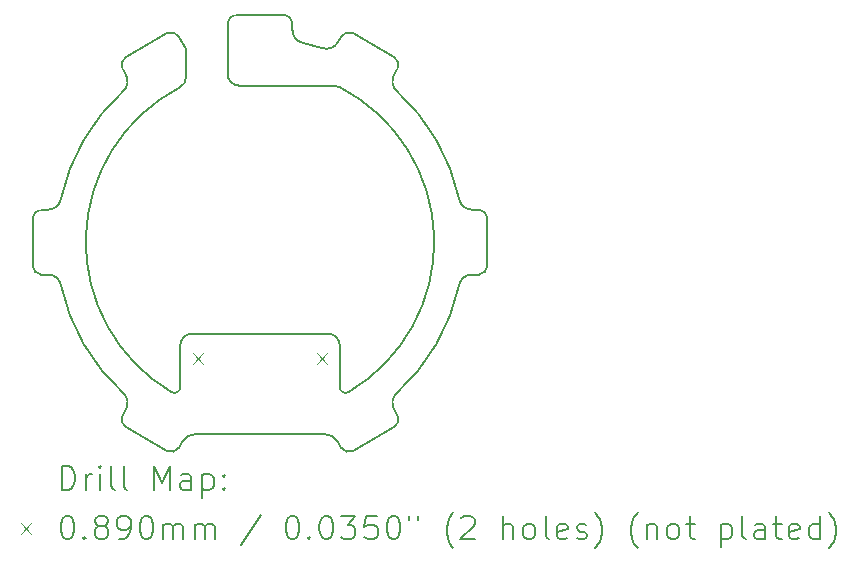
<source format=gbr>
%FSLAX45Y45*%
G04 Gerber Fmt 4.5, Leading zero omitted, Abs format (unit mm)*
G04 Created by KiCad (PCBNEW (6.0.5)) date 2022-06-17 15:32:32*
%MOMM*%
%LPD*%
G01*
G04 APERTURE LIST*
%TA.AperFunction,Profile*%
%ADD10C,0.200000*%
%TD*%
%ADD11C,0.200000*%
%ADD12C,0.089000*%
G04 APERTURE END LIST*
D10*
X13375000Y-13829000D02*
G75*
G03*
X13275000Y-13729000I-100000J0D01*
G01*
X12974994Y-11159954D02*
G75*
G03*
X13061819Y-11267372I109866J4D01*
G01*
X14550000Y-12679000D02*
X14494046Y-12679000D01*
X14625000Y-13154000D02*
X14625000Y-12754000D01*
X13856658Y-14233753D02*
G75*
G03*
X14386615Y-13315876I-1156658J1279753D01*
G01*
X13374996Y-14180784D02*
G75*
G03*
X13450439Y-14223830I50004J5D01*
G01*
X13229969Y-11312432D02*
G75*
G03*
X13358866Y-11262811I33751J104552D01*
G01*
X12425000Y-11529000D02*
G75*
G03*
X12525000Y-11629000I100000J0D01*
G01*
X13375000Y-14180784D02*
X13375000Y-13829000D01*
X13835707Y-14521101D02*
G75*
G03*
X13863157Y-14418647I-37497J64951D01*
G01*
X12525000Y-11629000D02*
X13320635Y-11629000D01*
X12013157Y-14693647D02*
X12041135Y-14645189D01*
X14625000Y-12754000D02*
G75*
G03*
X14550000Y-12679000I-75000J0D01*
G01*
X13275000Y-13729000D02*
X12125000Y-13729000D01*
X13450439Y-14223829D02*
G75*
G03*
X13373632Y-11641809I-750439J1269829D01*
G01*
X13835178Y-11537810D02*
G75*
G03*
X13856658Y-11674246I95142J-54930D01*
G01*
X13358864Y-14645190D02*
G75*
G03*
X13244224Y-14579000I-114644J-66190D01*
G01*
X12155778Y-14578999D02*
G75*
G03*
X12041135Y-14645189I2J-132381D01*
G01*
X13835180Y-11537811D02*
X13863157Y-11489353D01*
X13863155Y-11489352D02*
G75*
G03*
X13835705Y-11386901I-64945J37502D01*
G01*
X13863157Y-14418647D02*
X13835180Y-14370189D01*
X13835705Y-11386901D02*
X13489295Y-11186901D01*
X12025000Y-13829000D02*
X12025000Y-14180784D01*
X10905955Y-12679006D02*
G75*
G03*
X11013384Y-12592132I-5J109866D01*
G01*
X11013373Y-13315819D02*
G75*
G03*
X11543242Y-14233662I1686627J361819D01*
G01*
X11564822Y-14370190D02*
G75*
G03*
X11543242Y-14233663I-95143J54930D01*
G01*
X12020121Y-11645033D02*
G75*
G03*
X12074029Y-11556291I-46091J88743D01*
G01*
X13489295Y-14721099D02*
X13835705Y-14521099D01*
X11543343Y-11674247D02*
G75*
G03*
X11013384Y-12592132I1156657J-1279753D01*
G01*
X14386628Y-12592181D02*
G75*
G03*
X13856658Y-11674247I-1686628J-361819D01*
G01*
X11564821Y-14370189D02*
X11536843Y-14418647D01*
X13489299Y-11186895D02*
G75*
G03*
X13386843Y-11214353I-37499J-64955D01*
G01*
X12155778Y-14579000D02*
X13244224Y-14579000D01*
X11536848Y-14418650D02*
G75*
G03*
X11564295Y-14521099I64952J-37500D01*
G01*
X14494046Y-13228995D02*
G75*
G03*
X14386616Y-13315876I4J-109865D01*
G01*
X14386633Y-12592180D02*
G75*
G03*
X14494046Y-12679000I107417J23040D01*
G01*
X12500000Y-11029000D02*
G75*
G03*
X12425000Y-11104000I0J-75000D01*
G01*
X13358866Y-14645189D02*
X13386843Y-14693647D01*
X12074029Y-11556291D02*
X12074029Y-11319785D01*
X11564292Y-11386896D02*
G75*
G03*
X11536843Y-11489353I37508J-64954D01*
G01*
X13386850Y-14693643D02*
G75*
G03*
X13489295Y-14721099I64950J37493D01*
G01*
X10775000Y-13154000D02*
G75*
G03*
X10850000Y-13229000I75000J0D01*
G01*
X11910708Y-14721094D02*
G75*
G03*
X12013157Y-14693647I37502J64945D01*
G01*
X11543340Y-11674245D02*
G75*
G03*
X11564820Y-11537811I-73661J81505D01*
G01*
X12900000Y-11029000D02*
X12500000Y-11029000D01*
X10850001Y-13229000D02*
X10905955Y-13229000D01*
X12020122Y-11645035D02*
G75*
G03*
X11949562Y-14223829I679878J-1308965D01*
G01*
X13386843Y-11214353D02*
X13358866Y-11262811D01*
X11013367Y-13315820D02*
G75*
G03*
X10905955Y-13229000I-107417J-23040D01*
G01*
X12125000Y-13729000D02*
G75*
G03*
X12025000Y-13829000I0J-100000D01*
G01*
X12425000Y-11104000D02*
X12425000Y-11529000D01*
X10905955Y-12679000D02*
X10850001Y-12679000D01*
X12975000Y-11104000D02*
G75*
G03*
X12900000Y-11029000I-75000J0D01*
G01*
X13373630Y-11641811D02*
G75*
G03*
X13320635Y-11629000I-53000J-103229D01*
G01*
X12074029Y-11319785D02*
X12013157Y-11214353D01*
X14550000Y-13229000D02*
G75*
G03*
X14625000Y-13154000I0J75001D01*
G01*
X13229970Y-11312428D02*
G75*
G03*
X13061819Y-11267372I-529970J-1641592D01*
G01*
X11949563Y-14223827D02*
G75*
G03*
X12025000Y-14180784I25437J43047D01*
G01*
X10850001Y-12679000D02*
G75*
G03*
X10775000Y-12754000I-1J-75000D01*
G01*
X10775000Y-12754000D02*
X10775001Y-13154000D01*
X11910706Y-11186901D02*
X11564295Y-11386901D01*
X11536843Y-11489353D02*
X11564820Y-11537811D01*
X14494046Y-13229000D02*
X14550000Y-13229000D01*
X12975000Y-11159954D02*
X12975000Y-11104000D01*
X13856660Y-14233755D02*
G75*
G03*
X13835180Y-14370189I73660J-81505D01*
G01*
X11564295Y-14521099D02*
X11910705Y-14721099D01*
X12013162Y-11214350D02*
G75*
G03*
X11910706Y-11186901I-64952J-37500D01*
G01*
D11*
D12*
X12130500Y-13894500D02*
X12219500Y-13983500D01*
X12219500Y-13894500D02*
X12130500Y-13983500D01*
X13180500Y-13894500D02*
X13269500Y-13983500D01*
X13269500Y-13894500D02*
X13180500Y-13983500D01*
D11*
X11022619Y-15051621D02*
X11022619Y-14851621D01*
X11070238Y-14851621D01*
X11098810Y-14861145D01*
X11117857Y-14880193D01*
X11127381Y-14899240D01*
X11136905Y-14937336D01*
X11136905Y-14965907D01*
X11127381Y-15004002D01*
X11117857Y-15023050D01*
X11098810Y-15042097D01*
X11070238Y-15051621D01*
X11022619Y-15051621D01*
X11222619Y-15051621D02*
X11222619Y-14918288D01*
X11222619Y-14956383D02*
X11232143Y-14937336D01*
X11241667Y-14927812D01*
X11260714Y-14918288D01*
X11279762Y-14918288D01*
X11346428Y-15051621D02*
X11346428Y-14918288D01*
X11346428Y-14851621D02*
X11336905Y-14861145D01*
X11346428Y-14870669D01*
X11355952Y-14861145D01*
X11346428Y-14851621D01*
X11346428Y-14870669D01*
X11470238Y-15051621D02*
X11451190Y-15042097D01*
X11441667Y-15023050D01*
X11441667Y-14851621D01*
X11575000Y-15051621D02*
X11555952Y-15042097D01*
X11546428Y-15023050D01*
X11546428Y-14851621D01*
X11803571Y-15051621D02*
X11803571Y-14851621D01*
X11870238Y-14994478D01*
X11936905Y-14851621D01*
X11936905Y-15051621D01*
X12117857Y-15051621D02*
X12117857Y-14946859D01*
X12108333Y-14927812D01*
X12089286Y-14918288D01*
X12051190Y-14918288D01*
X12032143Y-14927812D01*
X12117857Y-15042097D02*
X12098809Y-15051621D01*
X12051190Y-15051621D01*
X12032143Y-15042097D01*
X12022619Y-15023050D01*
X12022619Y-15004002D01*
X12032143Y-14984955D01*
X12051190Y-14975431D01*
X12098809Y-14975431D01*
X12117857Y-14965907D01*
X12213095Y-14918288D02*
X12213095Y-15118288D01*
X12213095Y-14927812D02*
X12232143Y-14918288D01*
X12270238Y-14918288D01*
X12289286Y-14927812D01*
X12298809Y-14937336D01*
X12308333Y-14956383D01*
X12308333Y-15013526D01*
X12298809Y-15032574D01*
X12289286Y-15042097D01*
X12270238Y-15051621D01*
X12232143Y-15051621D01*
X12213095Y-15042097D01*
X12394048Y-15032574D02*
X12403571Y-15042097D01*
X12394048Y-15051621D01*
X12384524Y-15042097D01*
X12394048Y-15032574D01*
X12394048Y-15051621D01*
X12394048Y-14927812D02*
X12403571Y-14937336D01*
X12394048Y-14946859D01*
X12384524Y-14937336D01*
X12394048Y-14927812D01*
X12394048Y-14946859D01*
D12*
X10676000Y-15336645D02*
X10765000Y-15425645D01*
X10765000Y-15336645D02*
X10676000Y-15425645D01*
D11*
X11060714Y-15271621D02*
X11079762Y-15271621D01*
X11098810Y-15281145D01*
X11108333Y-15290669D01*
X11117857Y-15309717D01*
X11127381Y-15347812D01*
X11127381Y-15395431D01*
X11117857Y-15433526D01*
X11108333Y-15452574D01*
X11098810Y-15462097D01*
X11079762Y-15471621D01*
X11060714Y-15471621D01*
X11041667Y-15462097D01*
X11032143Y-15452574D01*
X11022619Y-15433526D01*
X11013095Y-15395431D01*
X11013095Y-15347812D01*
X11022619Y-15309717D01*
X11032143Y-15290669D01*
X11041667Y-15281145D01*
X11060714Y-15271621D01*
X11213095Y-15452574D02*
X11222619Y-15462097D01*
X11213095Y-15471621D01*
X11203571Y-15462097D01*
X11213095Y-15452574D01*
X11213095Y-15471621D01*
X11336905Y-15357336D02*
X11317857Y-15347812D01*
X11308333Y-15338288D01*
X11298809Y-15319240D01*
X11298809Y-15309717D01*
X11308333Y-15290669D01*
X11317857Y-15281145D01*
X11336905Y-15271621D01*
X11375000Y-15271621D01*
X11394048Y-15281145D01*
X11403571Y-15290669D01*
X11413095Y-15309717D01*
X11413095Y-15319240D01*
X11403571Y-15338288D01*
X11394048Y-15347812D01*
X11375000Y-15357336D01*
X11336905Y-15357336D01*
X11317857Y-15366859D01*
X11308333Y-15376383D01*
X11298809Y-15395431D01*
X11298809Y-15433526D01*
X11308333Y-15452574D01*
X11317857Y-15462097D01*
X11336905Y-15471621D01*
X11375000Y-15471621D01*
X11394048Y-15462097D01*
X11403571Y-15452574D01*
X11413095Y-15433526D01*
X11413095Y-15395431D01*
X11403571Y-15376383D01*
X11394048Y-15366859D01*
X11375000Y-15357336D01*
X11508333Y-15471621D02*
X11546428Y-15471621D01*
X11565476Y-15462097D01*
X11575000Y-15452574D01*
X11594048Y-15424002D01*
X11603571Y-15385907D01*
X11603571Y-15309717D01*
X11594048Y-15290669D01*
X11584524Y-15281145D01*
X11565476Y-15271621D01*
X11527381Y-15271621D01*
X11508333Y-15281145D01*
X11498809Y-15290669D01*
X11489286Y-15309717D01*
X11489286Y-15357336D01*
X11498809Y-15376383D01*
X11508333Y-15385907D01*
X11527381Y-15395431D01*
X11565476Y-15395431D01*
X11584524Y-15385907D01*
X11594048Y-15376383D01*
X11603571Y-15357336D01*
X11727381Y-15271621D02*
X11746428Y-15271621D01*
X11765476Y-15281145D01*
X11775000Y-15290669D01*
X11784524Y-15309717D01*
X11794048Y-15347812D01*
X11794048Y-15395431D01*
X11784524Y-15433526D01*
X11775000Y-15452574D01*
X11765476Y-15462097D01*
X11746428Y-15471621D01*
X11727381Y-15471621D01*
X11708333Y-15462097D01*
X11698809Y-15452574D01*
X11689286Y-15433526D01*
X11679762Y-15395431D01*
X11679762Y-15347812D01*
X11689286Y-15309717D01*
X11698809Y-15290669D01*
X11708333Y-15281145D01*
X11727381Y-15271621D01*
X11879762Y-15471621D02*
X11879762Y-15338288D01*
X11879762Y-15357336D02*
X11889286Y-15347812D01*
X11908333Y-15338288D01*
X11936905Y-15338288D01*
X11955952Y-15347812D01*
X11965476Y-15366859D01*
X11965476Y-15471621D01*
X11965476Y-15366859D02*
X11975000Y-15347812D01*
X11994048Y-15338288D01*
X12022619Y-15338288D01*
X12041667Y-15347812D01*
X12051190Y-15366859D01*
X12051190Y-15471621D01*
X12146428Y-15471621D02*
X12146428Y-15338288D01*
X12146428Y-15357336D02*
X12155952Y-15347812D01*
X12175000Y-15338288D01*
X12203571Y-15338288D01*
X12222619Y-15347812D01*
X12232143Y-15366859D01*
X12232143Y-15471621D01*
X12232143Y-15366859D02*
X12241667Y-15347812D01*
X12260714Y-15338288D01*
X12289286Y-15338288D01*
X12308333Y-15347812D01*
X12317857Y-15366859D01*
X12317857Y-15471621D01*
X12708333Y-15262097D02*
X12536905Y-15519240D01*
X12965476Y-15271621D02*
X12984524Y-15271621D01*
X13003571Y-15281145D01*
X13013095Y-15290669D01*
X13022619Y-15309717D01*
X13032143Y-15347812D01*
X13032143Y-15395431D01*
X13022619Y-15433526D01*
X13013095Y-15452574D01*
X13003571Y-15462097D01*
X12984524Y-15471621D01*
X12965476Y-15471621D01*
X12946428Y-15462097D01*
X12936905Y-15452574D01*
X12927381Y-15433526D01*
X12917857Y-15395431D01*
X12917857Y-15347812D01*
X12927381Y-15309717D01*
X12936905Y-15290669D01*
X12946428Y-15281145D01*
X12965476Y-15271621D01*
X13117857Y-15452574D02*
X13127381Y-15462097D01*
X13117857Y-15471621D01*
X13108333Y-15462097D01*
X13117857Y-15452574D01*
X13117857Y-15471621D01*
X13251190Y-15271621D02*
X13270238Y-15271621D01*
X13289286Y-15281145D01*
X13298809Y-15290669D01*
X13308333Y-15309717D01*
X13317857Y-15347812D01*
X13317857Y-15395431D01*
X13308333Y-15433526D01*
X13298809Y-15452574D01*
X13289286Y-15462097D01*
X13270238Y-15471621D01*
X13251190Y-15471621D01*
X13232143Y-15462097D01*
X13222619Y-15452574D01*
X13213095Y-15433526D01*
X13203571Y-15395431D01*
X13203571Y-15347812D01*
X13213095Y-15309717D01*
X13222619Y-15290669D01*
X13232143Y-15281145D01*
X13251190Y-15271621D01*
X13384524Y-15271621D02*
X13508333Y-15271621D01*
X13441667Y-15347812D01*
X13470238Y-15347812D01*
X13489286Y-15357336D01*
X13498809Y-15366859D01*
X13508333Y-15385907D01*
X13508333Y-15433526D01*
X13498809Y-15452574D01*
X13489286Y-15462097D01*
X13470238Y-15471621D01*
X13413095Y-15471621D01*
X13394048Y-15462097D01*
X13384524Y-15452574D01*
X13689286Y-15271621D02*
X13594048Y-15271621D01*
X13584524Y-15366859D01*
X13594048Y-15357336D01*
X13613095Y-15347812D01*
X13660714Y-15347812D01*
X13679762Y-15357336D01*
X13689286Y-15366859D01*
X13698809Y-15385907D01*
X13698809Y-15433526D01*
X13689286Y-15452574D01*
X13679762Y-15462097D01*
X13660714Y-15471621D01*
X13613095Y-15471621D01*
X13594048Y-15462097D01*
X13584524Y-15452574D01*
X13822619Y-15271621D02*
X13841667Y-15271621D01*
X13860714Y-15281145D01*
X13870238Y-15290669D01*
X13879762Y-15309717D01*
X13889286Y-15347812D01*
X13889286Y-15395431D01*
X13879762Y-15433526D01*
X13870238Y-15452574D01*
X13860714Y-15462097D01*
X13841667Y-15471621D01*
X13822619Y-15471621D01*
X13803571Y-15462097D01*
X13794048Y-15452574D01*
X13784524Y-15433526D01*
X13775000Y-15395431D01*
X13775000Y-15347812D01*
X13784524Y-15309717D01*
X13794048Y-15290669D01*
X13803571Y-15281145D01*
X13822619Y-15271621D01*
X13965476Y-15271621D02*
X13965476Y-15309717D01*
X14041667Y-15271621D02*
X14041667Y-15309717D01*
X14336905Y-15547812D02*
X14327381Y-15538288D01*
X14308333Y-15509717D01*
X14298809Y-15490669D01*
X14289286Y-15462097D01*
X14279762Y-15414478D01*
X14279762Y-15376383D01*
X14289286Y-15328764D01*
X14298809Y-15300193D01*
X14308333Y-15281145D01*
X14327381Y-15252574D01*
X14336905Y-15243050D01*
X14403571Y-15290669D02*
X14413095Y-15281145D01*
X14432143Y-15271621D01*
X14479762Y-15271621D01*
X14498809Y-15281145D01*
X14508333Y-15290669D01*
X14517857Y-15309717D01*
X14517857Y-15328764D01*
X14508333Y-15357336D01*
X14394048Y-15471621D01*
X14517857Y-15471621D01*
X14755952Y-15471621D02*
X14755952Y-15271621D01*
X14841667Y-15471621D02*
X14841667Y-15366859D01*
X14832143Y-15347812D01*
X14813095Y-15338288D01*
X14784524Y-15338288D01*
X14765476Y-15347812D01*
X14755952Y-15357336D01*
X14965476Y-15471621D02*
X14946428Y-15462097D01*
X14936905Y-15452574D01*
X14927381Y-15433526D01*
X14927381Y-15376383D01*
X14936905Y-15357336D01*
X14946428Y-15347812D01*
X14965476Y-15338288D01*
X14994048Y-15338288D01*
X15013095Y-15347812D01*
X15022619Y-15357336D01*
X15032143Y-15376383D01*
X15032143Y-15433526D01*
X15022619Y-15452574D01*
X15013095Y-15462097D01*
X14994048Y-15471621D01*
X14965476Y-15471621D01*
X15146428Y-15471621D02*
X15127381Y-15462097D01*
X15117857Y-15443050D01*
X15117857Y-15271621D01*
X15298809Y-15462097D02*
X15279762Y-15471621D01*
X15241667Y-15471621D01*
X15222619Y-15462097D01*
X15213095Y-15443050D01*
X15213095Y-15366859D01*
X15222619Y-15347812D01*
X15241667Y-15338288D01*
X15279762Y-15338288D01*
X15298809Y-15347812D01*
X15308333Y-15366859D01*
X15308333Y-15385907D01*
X15213095Y-15404955D01*
X15384524Y-15462097D02*
X15403571Y-15471621D01*
X15441667Y-15471621D01*
X15460714Y-15462097D01*
X15470238Y-15443050D01*
X15470238Y-15433526D01*
X15460714Y-15414478D01*
X15441667Y-15404955D01*
X15413095Y-15404955D01*
X15394048Y-15395431D01*
X15384524Y-15376383D01*
X15384524Y-15366859D01*
X15394048Y-15347812D01*
X15413095Y-15338288D01*
X15441667Y-15338288D01*
X15460714Y-15347812D01*
X15536905Y-15547812D02*
X15546428Y-15538288D01*
X15565476Y-15509717D01*
X15575000Y-15490669D01*
X15584524Y-15462097D01*
X15594048Y-15414478D01*
X15594048Y-15376383D01*
X15584524Y-15328764D01*
X15575000Y-15300193D01*
X15565476Y-15281145D01*
X15546428Y-15252574D01*
X15536905Y-15243050D01*
X15898809Y-15547812D02*
X15889286Y-15538288D01*
X15870238Y-15509717D01*
X15860714Y-15490669D01*
X15851190Y-15462097D01*
X15841667Y-15414478D01*
X15841667Y-15376383D01*
X15851190Y-15328764D01*
X15860714Y-15300193D01*
X15870238Y-15281145D01*
X15889286Y-15252574D01*
X15898809Y-15243050D01*
X15975000Y-15338288D02*
X15975000Y-15471621D01*
X15975000Y-15357336D02*
X15984524Y-15347812D01*
X16003571Y-15338288D01*
X16032143Y-15338288D01*
X16051190Y-15347812D01*
X16060714Y-15366859D01*
X16060714Y-15471621D01*
X16184524Y-15471621D02*
X16165476Y-15462097D01*
X16155952Y-15452574D01*
X16146428Y-15433526D01*
X16146428Y-15376383D01*
X16155952Y-15357336D01*
X16165476Y-15347812D01*
X16184524Y-15338288D01*
X16213095Y-15338288D01*
X16232143Y-15347812D01*
X16241667Y-15357336D01*
X16251190Y-15376383D01*
X16251190Y-15433526D01*
X16241667Y-15452574D01*
X16232143Y-15462097D01*
X16213095Y-15471621D01*
X16184524Y-15471621D01*
X16308333Y-15338288D02*
X16384524Y-15338288D01*
X16336905Y-15271621D02*
X16336905Y-15443050D01*
X16346428Y-15462097D01*
X16365476Y-15471621D01*
X16384524Y-15471621D01*
X16603571Y-15338288D02*
X16603571Y-15538288D01*
X16603571Y-15347812D02*
X16622619Y-15338288D01*
X16660714Y-15338288D01*
X16679762Y-15347812D01*
X16689286Y-15357336D01*
X16698809Y-15376383D01*
X16698809Y-15433526D01*
X16689286Y-15452574D01*
X16679762Y-15462097D01*
X16660714Y-15471621D01*
X16622619Y-15471621D01*
X16603571Y-15462097D01*
X16813095Y-15471621D02*
X16794048Y-15462097D01*
X16784524Y-15443050D01*
X16784524Y-15271621D01*
X16975000Y-15471621D02*
X16975000Y-15366859D01*
X16965476Y-15347812D01*
X16946429Y-15338288D01*
X16908333Y-15338288D01*
X16889286Y-15347812D01*
X16975000Y-15462097D02*
X16955952Y-15471621D01*
X16908333Y-15471621D01*
X16889286Y-15462097D01*
X16879762Y-15443050D01*
X16879762Y-15424002D01*
X16889286Y-15404955D01*
X16908333Y-15395431D01*
X16955952Y-15395431D01*
X16975000Y-15385907D01*
X17041667Y-15338288D02*
X17117857Y-15338288D01*
X17070238Y-15271621D02*
X17070238Y-15443050D01*
X17079762Y-15462097D01*
X17098810Y-15471621D01*
X17117857Y-15471621D01*
X17260714Y-15462097D02*
X17241667Y-15471621D01*
X17203571Y-15471621D01*
X17184524Y-15462097D01*
X17175000Y-15443050D01*
X17175000Y-15366859D01*
X17184524Y-15347812D01*
X17203571Y-15338288D01*
X17241667Y-15338288D01*
X17260714Y-15347812D01*
X17270238Y-15366859D01*
X17270238Y-15385907D01*
X17175000Y-15404955D01*
X17441667Y-15471621D02*
X17441667Y-15271621D01*
X17441667Y-15462097D02*
X17422619Y-15471621D01*
X17384524Y-15471621D01*
X17365476Y-15462097D01*
X17355952Y-15452574D01*
X17346429Y-15433526D01*
X17346429Y-15376383D01*
X17355952Y-15357336D01*
X17365476Y-15347812D01*
X17384524Y-15338288D01*
X17422619Y-15338288D01*
X17441667Y-15347812D01*
X17517857Y-15547812D02*
X17527381Y-15538288D01*
X17546429Y-15509717D01*
X17555952Y-15490669D01*
X17565476Y-15462097D01*
X17575000Y-15414478D01*
X17575000Y-15376383D01*
X17565476Y-15328764D01*
X17555952Y-15300193D01*
X17546429Y-15281145D01*
X17527381Y-15252574D01*
X17517857Y-15243050D01*
M02*

</source>
